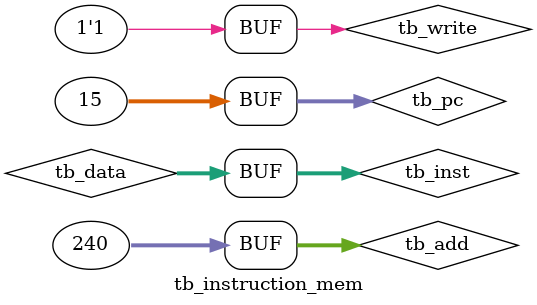
<source format=v>
`timescale 1ns / 1ps


module tb_instruction_mem;

	// Inputs
	reg [31:0] tb_pc;
	reg [31:0] tb_data;
	reg [31:0] tb_add;
	reg tb_write;

	// Outputs
	wire [31:0] tb_inst;

	// Instantiate the Unit Under Test (UUT)
	instruction_mem uut (
		.pc(tb_pc), 
		.data(tb_data), 
		.add(tb_add), 
		.inst(tb_inst),
		.write(tb_write)
	);

	initial begin
		tb_pc <= 0;
		tb_data <= 0;
		tb_add <= 0;
		tb_write <= 0;
		
		#10;											//writing to memory locations in the instruction memory.
		tb_write <= 1;
		tb_add <= 32'h0000000f;
		tb_data <= 32'hff000000;
		#50;
		tb_write = 0;
		
		#10;
		tb_write <= 1;
		tb_add <= 32'h000000f0;
		tb_data <= 32'h00ff0000;
		#50;
		tb_write <= 0;
		
		#10;										 //pc has the address of the first instruction mem location
		tb_pc <= 32'h0000000f;
		#50;
		tb_write <= 1;
		tb_data <= tb_inst;						//tb_data should have the content of the first instruction mem lcoation.
		
	end      
endmodule


</source>
